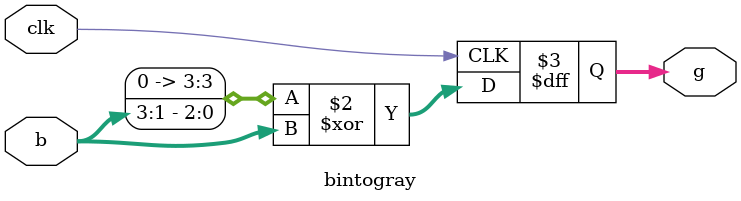
<source format=v>
module bintogray(g,b,clk);
  parameter n=4;
  input [n-1:0]b;
  input clk;
  output reg [n-1:0]g;
  always @ (posedge clk)
  begin
    g = ({1'b0,b[3:1]}^ b);
  end 
endmodule
  
</source>
